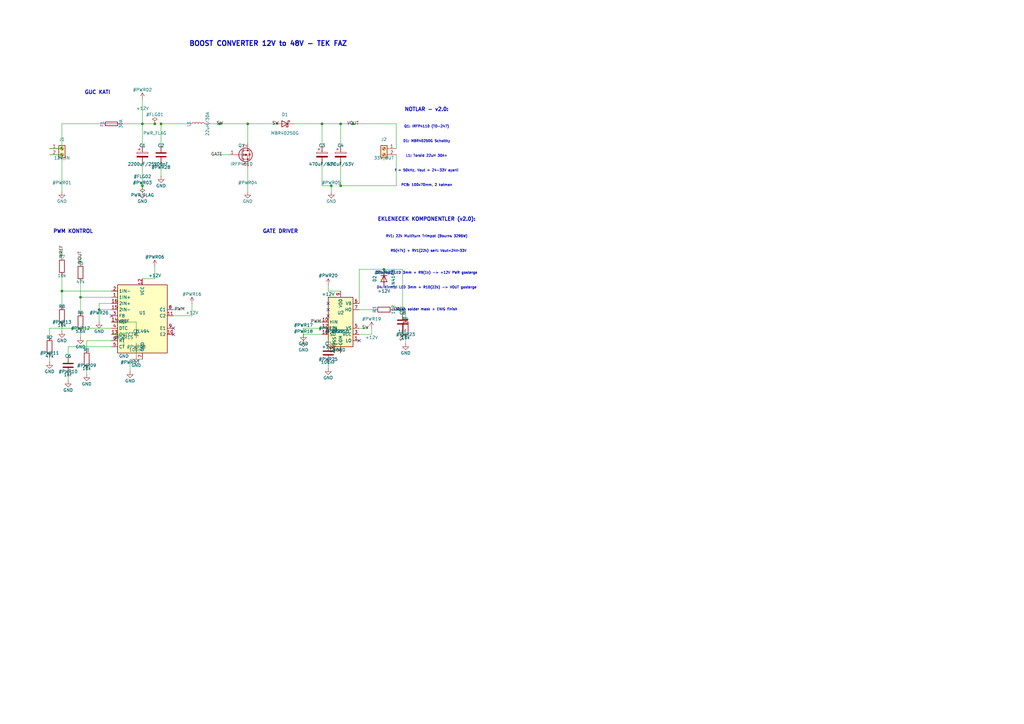
<source format=kicad_sch>
(kicad_sch (version 20250114) (generator "eeschema") (generator_version "9.0")
  (paper "A3")
  (title_block (title "Boost Converter 12V to 24-33V - Adjustable") (date "2026-02-18") (rev "2.0") (comment 1 "Zeytin Silkme Makinesi") (comment 2 "12V DC to 48V DC Boost Converter"))
  (lib_symbols
    (symbol "Device:R" (pin_numbers (hide yes)) (pin_names (offset 0))
      (property "Reference" "R" (at 2.032 0 90))
      (property "Value" "R" (at 0 0 90))
      (symbol "R_0_1"
        (rectangle (start -1.016 -2.54) (end 1.016 2.54) (stroke (width 0.254)))
      )
      (symbol "R_1_1"
        (pin passive line (at 0 3.81 270) (length 1.27) (name "~") (number "1"))
        (pin passive line (at 0 -3.81 90) (length 1.27) (name "~") (number "2"))
      )
    )
    (symbol "Device:C" (pin_numbers (hide yes)) (pin_names (offset 0.254))
      (property "Reference" "C" (at 0.635 2.54 0))
      (property "Value" "C" (at 0.635 -2.54 0))
      (symbol "C_0_1"
        (polyline (pts (xy -2.032 0.762) (xy 2.032 0.762)) (stroke (width 0.508)))
        (polyline (pts (xy -2.032 -0.762) (xy 2.032 -0.762)) (stroke (width 0.508)))
      )
      (symbol "C_1_1"
        (pin passive line (at 0 3.81 270) (length 2.794) (name "~") (number "1"))
        (pin passive line (at 0 -3.81 90) (length 2.794) (name "~") (number "2"))
      )
    )
    (symbol "Device:C_Polarized" (pin_numbers (hide yes)) (pin_names (offset 0.254))
      (property "Reference" "C" (at 0.635 2.54 0))
      (property "Value" "C_Polarized" (at 0.635 -2.54 0))
      (symbol "C_Polarized_0_1"
        (rectangle (start -2.286 0.508) (end 2.286 1.016))
        (polyline (pts (xy -1.778 2.286) (xy -0.762 2.286)))
        (polyline (pts (xy -1.27 2.794) (xy -1.27 1.778)))
        (rectangle (start 2.286 -0.508) (end -2.286 -1.016) (fill (type outline)))
      )
      (symbol "C_Polarized_1_1"
        (pin passive line (at 0 3.81 270) (length 2.794) (name "~") (number "1"))
        (pin passive line (at 0 -3.81 90) (length 2.794) (name "~") (number "2"))
      )
    )
    (symbol "Device:L" (pin_numbers (hide yes)) (pin_names (offset 1.016) (hide yes))
      (property "Reference" "L" (at -1.27 0 90))
      (property "Value" "L" (at 1.905 0 90))
      (symbol "L_0_1"
        (arc (start 0 2.54) (mid 0.6323 1.905) (end 0 1.27))
        (arc (start 0 1.27) (mid 0.6323 0.635) (end 0 0))
        (arc (start 0 0) (mid 0.6323 -0.635) (end 0 -1.27))
        (arc (start 0 -1.27) (mid 0.6323 -1.905) (end 0 -2.54))
      )
      (symbol "L_1_1"
        (pin passive line (at 0 3.81 270) (length 1.27) (name "1") (number "1"))
        (pin passive line (at 0 -3.81 90) (length 1.27) (name "2") (number "2"))
      )
    )
    (symbol "Device:Fuse" (pin_numbers (hide yes)) (pin_names (offset 0))
      (property "Reference" "F" (at 2.032 0 90))
      (property "Value" "Fuse" (at -1.905 0 90))
      (symbol "Fuse_0_1"
        (rectangle (start -0.762 -2.54) (end 0.762 2.54) (stroke (width 0.254)))
        (polyline (pts (xy 0 2.54) (xy 0 -2.54)))
      )
      (symbol "Fuse_1_1"
        (pin passive line (at 0 3.81 270) (length 1.27) (name "~") (number "1"))
        (pin passive line (at 0 -3.81 90) (length 1.27) (name "~") (number "2"))
      )
    )
    (symbol "Device:D_Schottky" (pin_numbers (hide yes)) (pin_names (offset 1.016) (hide yes))
      (property "Reference" "D" (at 0 2.54 0))
      (property "Value" "D_Schottky" (at 0 -2.54 0))
      (symbol "D_Schottky_0_1"
        (polyline (pts (xy -1.905 0.635) (xy -1.905 1.27) (xy -1.27 1.27) (xy -1.27 -1.27) (xy -0.635 -1.27) (xy -0.635 -0.635)) (stroke (width 0.254)))
        (polyline (pts (xy 1.27 1.27) (xy 1.27 -1.27) (xy -1.27 0) (xy 1.27 1.27)) (stroke (width 0.254)))
        (polyline (pts (xy 1.27 0) (xy -1.27 0)))
      )
      (symbol "D_Schottky_1_1"
        (pin passive line (at -3.81 0 0) (length 2.54) (name "K") (number "1"))
        (pin passive line (at 3.81 0 180) (length 2.54) (name "A") (number "2"))
      )
    )
    (symbol "Device:D" (pin_numbers (hide yes)) (pin_names (offset 1.016) (hide yes))
      (property "Reference" "D" (at 0 2.54 0))
      (property "Value" "D" (at 0 -2.54 0))
      (symbol "D_0_1"
        (polyline (pts (xy -1.27 1.27) (xy -1.27 -1.27)) (stroke (width 0.254)))
        (polyline (pts (xy 1.27 1.27) (xy 1.27 -1.27) (xy -1.27 0) (xy 1.27 1.27)) (stroke (width 0.254)))
        (polyline (pts (xy 1.27 0) (xy -1.27 0)))
      )
      (symbol "D_1_1"
        (pin passive line (at -3.81 0 0) (length 2.54) (name "K") (number "1"))
        (pin passive line (at 3.81 0 180) (length 2.54) (name "A") (number "2"))
      )
    )
    (symbol "Transistor_FET:BUZ11" (pin_names (hide yes))
      (property "Reference" "Q" (at 5.08 1.905 0))
      (property "Value" "BUZ11" (at 5.08 0 0))
      (symbol "BUZ11_0_1"
        (polyline (pts (xy 0.254 1.905) (xy 0.254 -1.905)) (stroke (width 0.254)))
        (polyline (pts (xy 0.254 0) (xy -2.54 0)))
        (polyline (pts (xy 0.762 2.286) (xy 0.762 1.27)) (stroke (width 0.254)))
        (polyline (pts (xy 0.762 0.508) (xy 0.762 -0.508)) (stroke (width 0.254)))
        (polyline (pts (xy 0.762 -1.27) (xy 0.762 -2.286)) (stroke (width 0.254)))
        (polyline (pts (xy 0.762 -1.778) (xy 3.302 -1.778) (xy 3.302 1.778) (xy 0.762 1.778)))
        (polyline (pts (xy 1.016 0) (xy 2.032 0.381) (xy 2.032 -0.381) (xy 1.016 0)) (fill (type outline)))
        (circle (center 1.651 0) (radius 2.794) (stroke (width 0.254)))
        (polyline (pts (xy 2.54 2.54) (xy 2.54 1.778)))
        (circle (center 2.54 1.778) (radius 0.254) (fill (type outline)))
        (circle (center 2.54 -1.778) (radius 0.254) (fill (type outline)))
        (polyline (pts (xy 2.54 -2.54) (xy 2.54 0) (xy 0.762 0)))
        (polyline (pts (xy 2.794 0.508) (xy 2.921 0.381) (xy 3.683 0.381) (xy 3.81 0.254)))
        (polyline (pts (xy 3.302 0.381) (xy 2.921 -0.254) (xy 3.683 -0.254) (xy 3.302 0.381)))
      )
      (symbol "BUZ11_1_1"
        (pin input line (at -5.08 0 0) (length 2.54) (name "G") (number "1"))
        (pin passive line (at 2.54 5.08 270) (length 2.54) (name "D") (number "2"))
        (pin passive line (at 2.54 -5.08 90) (length 2.54) (name "S") (number "3"))
      )
    )
    (symbol "Regulator_Controller:TL494"
      (property "Reference" "U" (at 3.81 19.05 0))
      (property "Value" "TL494" (at 3.81 16.51 0))
      (symbol "TL494_0_1"
        (rectangle (start -10.16 -12.7) (end 10.16 15.24) (stroke (width 0.254)) (fill (type background)))
      )
      (symbol "TL494_1_1"
        (pin input line (at -12.7 12.7 0) (length 2.54) (name "1IN-") (number "2"))
        (pin input line (at -12.7 10.16 0) (length 2.54) (name "1IN+") (number "1"))
        (pin input line (at -12.7 7.62 0) (length 2.54) (name "2IN+") (number "16"))
        (pin input line (at -12.7 5.08 0) (length 2.54) (name "2IN-") (number "15"))
        (pin output line (at -12.7 2.54 0) (length 2.54) (name "FB") (number "3"))
        (pin power_out line (at -12.7 0 0) (length 2.54) (name "REF") (number "14"))
        (pin input line (at -12.7 -2.54 0) (length 2.54) (name "DTC") (number "4"))
        (pin input line (at -12.7 -5.08 0) (length 2.54) (name "OUTCTRL") (number "13"))
        (pin passive line (at -12.7 -7.62 0) (length 2.54) (name "RT") (number "6"))
        (pin passive line (at -12.7 -10.16 0) (length 2.54) (name "CT") (number "5"))
        (pin power_in line (at 0 17.78 270) (length 2.54) (name "VCC") (number "12"))
        (pin power_in line (at 0 -15.24 90) (length 2.54) (name "GND") (number "7"))
        (pin passive line (at 12.7 5.08 180) (length 2.54) (name "C1") (number "8"))
        (pin passive line (at 12.7 2.54 180) (length 2.54) (name "C2") (number "11"))
        (pin passive line (at 12.7 -2.54 180) (length 2.54) (name "E1") (number "9"))
        (pin passive line (at 12.7 -5.08 180) (length 2.54) (name "E2") (number "10"))
      )
    )
    (symbol "Driver_FET:IR2010"
      (property "Reference" "U" (at 1.27 13.335 0))
      (property "Value" "IR2010" (at 1.27 11.43 0))
      (symbol "IR2010_0_1"
        (rectangle (start -5.08 -10.16) (end 5.08 10.16) (stroke (width 0.254)) (fill (type background)))
      )
      (symbol "IR2010_1_1"
        (pin input line (at -7.62 0 0) (length 2.54) (name "HIN") (number "10"))
        (pin input line (at -7.62 -2.54 0) (length 2.54) (name "LIN") (number "12"))
        (pin input line (at -7.62 -5.08 0) (length 2.54) (name "SD") (number "11"))
        (pin no_connect line (at -5.08 7.62 0) (length 2.54) (hide yes) (name "NC") (number "4"))
        (pin no_connect line (at -5.08 5.08 0) (length 2.54) (hide yes) (name "NC") (number "8"))
        (pin no_connect line (at -5.08 2.54 0) (length 2.54) (hide yes) (name "NC") (number "14"))
        (pin power_in line (at -2.54 -12.7 90) (length 2.54) (name "VSS") (number "13"))
        (pin power_in line (at 0 12.7 270) (length 2.54) (name "VDD") (number "9"))
        (pin power_in line (at 0 -12.7 90) (length 2.54) (name "COM") (number "2"))
        (pin passive line (at 7.62 7.62 180) (length 2.54) (name "VB") (number "6"))
        (pin output line (at 7.62 5.08 180) (length 2.54) (name "HO") (number "7"))
        (pin passive line (at 7.62 -2.54 180) (length 2.54) (name "VS") (number "5"))
        (pin power_in line (at 7.62 -5.08 180) (length 2.54) (name "VCC") (number "3"))
        (pin output line (at 7.62 -7.62 180) (length 2.54) (name "LO") (number "1"))
      )
    )
    (symbol "Connector:Screw_Terminal_01x02" (pin_names (offset 1.016) (hide yes))
      (property "Reference" "J" (at 0 2.54 0))
      (property "Value" "Screw_Terminal_01x02" (at 0 -5.08 0))
      (symbol "Screw_Terminal_01x02_1_1"
        (rectangle (start -1.27 1.27) (end 1.27 -3.81) (stroke (width 0.254)) (fill (type background)))
        (polyline (pts (xy -0.5334 0.3302) (xy 0.3302 -0.508)) (stroke (width 0.1524)))
        (polyline (pts (xy -0.5334 -2.2098) (xy 0.3302 -3.048)) (stroke (width 0.1524)))
        (polyline (pts (xy -0.3556 0.508) (xy 0.508 -0.3302)) (stroke (width 0.1524)))
        (polyline (pts (xy -0.3556 -2.032) (xy 0.508 -2.8702)) (stroke (width 0.1524)))
        (circle (center 0 0) (radius 0.635) (stroke (width 0.1524)))
        (circle (center 0 -2.54) (radius 0.635) (stroke (width 0.1524)))
        (pin passive line (at -5.08 0 0) (length 3.81) (name "Pin_1") (number "1"))
        (pin passive line (at -5.08 -2.54 0) (length 3.81) (name "Pin_2") (number "2"))
      )
    )
    (symbol "power:+12V" (power) (pin_numbers (hide yes)) (pin_names (offset 0) (hide yes))
      (property "Value" "+12V" (at 0 3.556 0))
      (symbol "+12V_0_1"
        (polyline (pts (xy -0.762 1.27) (xy 0 2.54)))
        (polyline (pts (xy 0 2.54) (xy 0.762 1.27)))
        (polyline (pts (xy 0 0) (xy 0 2.54)))
      )
      (symbol "+12V_1_1"
        (pin power_in line (at 0 0 90) (length 0) (name "~") (number "1"))
      )
    )
    (symbol "power:GND" (power) (pin_numbers (hide yes)) (pin_names (offset 0) (hide yes))
      (property "Value" "GND" (at 0 -3.81 0))
      (symbol "GND_0_1"
        (polyline (pts (xy 0 0) (xy 0 -1.27) (xy 1.27 -1.27) (xy 0 -2.54) (xy -1.27 -1.27) (xy 0 -1.27)))
      )
      (symbol "GND_1_1"
        (pin power_in line (at 0 0 270) (length 0) (name "~") (number "1"))
      )
    )
    (symbol "power:PWR_FLAG" (power) (pin_numbers (hide yes)) (pin_names (offset 0) (hide yes))
      (property "Value" "PWR_FLAG" (at 0 3.81 0))
      (symbol "PWR_FLAG_0_0"
        (pin power_out line (at 0 0 90) (length 0) (name "~") (number "1"))
      )
      (symbol "PWR_FLAG_0_1"
        (polyline (pts (xy 0 0) (xy 0 1.27) (xy -1.016 1.905) (xy 0 2.54) (xy 1.016 1.905) (xy 0 1.27)))
      )
    )
  )
  (symbol (lib_id "Connector:Screw_Terminal_01x02") (at 25.4 60.96 0) (unit 1)
    (property "Reference" "J1" (at 25.4 57.15 0))
    (property "Value" "12V_IN" (at 25.4 64.77 0))
    (property "Footprint" "TerminalBlock_Phoenix:TerminalBlock_Phoenix_MKDS-3-2-5.08_1x02_P5.08mm_Horizontal" (effects (hide yes)))
  )
  (symbol (lib_id "Device:Fuse") (at 45.72 50.8 90) (unit 1)
    (property "Reference" "F1" (at 41.91 50.8 0))
    (property "Value" "30A" (at 49.53 50.8 0))
    (property "Footprint" "Fuse:FuseHolder_Blade_ATO_Littelfuse_FLR_178.6165" (effects (hide yes)))
  )
  (symbol (lib_id "Device:C_Polarized") (at 58.42 63.5 0) (unit 1)
    (property "Reference" "C1" (at 58.42 59.69 0))
    (property "Value" "2200uF/25V" (at 58.42 67.31 0))
    (property "Footprint" "Capacitor_THT:CP_Radial_D16.0mm_P7.50mm" (effects (hide yes)))
  )
  (symbol (lib_id "Device:C") (at 66.04 63.5 0) (unit 1)
    (property "Reference" "C2" (at 66.04 59.69 0))
    (property "Value" "100nF" (at 66.04 67.31 0))
    (property "Footprint" "Capacitor_THT:C_Disc_D5.0mm_W2.5mm_P5.00mm" (effects (hide yes)))
  )
  (symbol (lib_id "Device:L") (at 81.28 50.8 90) (unit 1)
    (property "Reference" "L1" (at 77.47 50.8 0))
    (property "Value" "22uH/30A" (at 85.09 50.8 0))
    (property "Footprint" "Inductor_THT:L_Toroid_Vertical_L25.4mm_W14.7mm_P12.20mm_Vishay_TJ5" (effects (hide yes)))
  )
  (symbol (lib_id "Transistor_FET:BUZ11") (at 99.06 63.5 0) (unit 1)
    (property "Reference" "Q1" (at 99.06 59.69 0))
    (property "Value" "IRFP4110" (at 99.06 67.31 0))
    (property "Footprint" "Package_TO_SOT_THT:TO-247-3_Vertical" (effects (hide yes)))
  )
  (symbol (lib_id "Device:D_Schottky") (at 116.84 50.8 0) (mirror y) (unit 1)
    (property "Reference" "D1" (at 116.84 46.989999999999995 0))
    (property "Value" "MBR40250G" (at 116.84 54.61 0))
    (property "Footprint" "Package_TO_SOT_THT:TO-247-2_Vertical" (effects (hide yes)))
  )
  (symbol (lib_id "Device:C_Polarized") (at 132.08 63.5 0) (unit 1)
    (property "Reference" "C3" (at 132.08 59.69 0))
    (property "Value" "470uF/63V" (at 132.08 67.31 0))
    (property "Footprint" "Capacitor_THT:CP_Radial_D12.5mm_P5.00mm" (effects (hide yes)))
  )
  (symbol (lib_id "Device:C_Polarized") (at 139.7 63.5 0) (unit 1)
    (property "Reference" "C4" (at 139.7 59.69 0))
    (property "Value" "470uF/63V" (at 139.7 67.31 0))
    (property "Footprint" "Capacitor_THT:CP_Radial_D12.5mm_P5.00mm" (effects (hide yes)))
  )
  (symbol (lib_id "Connector:Screw_Terminal_01x02") (at 157.48 60.96 0) (mirror y) (unit 1)
    (property "Reference" "J2" (at 157.48 57.15 0))
    (property "Value" "33V_OUT" (at 157.48 64.77 0))
    (property "Footprint" "TerminalBlock_Phoenix:TerminalBlock_Phoenix_MKDS-3-2-5.08_1x02_P5.08mm_Horizontal" (effects (hide yes)))
  )
  (symbol (lib_id "Regulator_Controller:TL494") (at 58.42 132.08 0) (unit 1)
    (property "Reference" "U1" (at 58.42 128.27 0))
    (property "Value" "TL494" (at 58.42 135.89000000000001 0))
    (property "Footprint" "Package_DIP:DIP-16_W7.62mm" (effects (hide yes)))
  )
  (symbol (lib_id "Device:C") (at 55.879999999999995 139.70000000000002 0) (unit 1)
    (property "Reference" "C5" (at 55.879999999999995 135.89000000000001 0))
    (property "Value" "100nF" (at 55.879999999999995 143.51000000000002 0))
    (property "Footprint" "Capacitor_THT:C_Disc_D5.0mm_W2.5mm_P5.00mm" (effects (hide yes)))
  )
  (symbol (lib_id "Device:R") (at 35.56 147.32 0) (unit 1)
    (property "Reference" "R1" (at 35.56 143.51 0))
    (property "Value" "10k" (at 35.56 151.13 0))
    (property "Footprint" "Resistor_THT:R_Axial_DIN0207_L6.3mm_D2.5mm_P10.16mm_Horizontal" (effects (hide yes)))
  )
  (symbol (lib_id "Device:C") (at 27.939999999999998 149.86 0) (unit 1)
    (property "Reference" "C6" (at 27.939999999999998 146.05 0))
    (property "Value" "1nF" (at 27.939999999999998 153.67000000000002 0))
    (property "Footprint" "Capacitor_THT:C_Disc_D3.0mm_W2.0mm_P2.50mm" (effects (hide yes)))
  )
  (symbol (lib_id "Device:R") (at 20.32 142.24 0) (unit 1)
    (property "Reference" "R2" (at 20.32 138.43 0))
    (property "Value" "47k" (at 20.32 146.05 0))
    (property "Footprint" "Resistor_THT:R_Axial_DIN0207_L6.3mm_D2.5mm_P10.16mm_Horizontal" (effects (hide yes)))
  )
  (symbol (lib_id "Device:R") (at 33.019999999999996 111.76 0) (unit 1)
    (property "Reference" "R5" (at 33.019999999999996 107.95 0))
    (property "Value" "47k" (at 33.019999999999996 115.57000000000001 0))
    (property "Footprint" "Resistor_THT:R_Axial_DIN0207_L6.3mm_D2.5mm_P10.16mm_Horizontal" (effects (hide yes)))
  )
  (symbol (lib_id "Device:R") (at 33.019999999999996 132.08 0) (unit 1)
    (property "Reference" "R6" (at 33.019999999999996 128.27 0))
    (property "Value" "5.6k" (at 33.019999999999996 135.89000000000001 0))
    (property "Footprint" "Resistor_THT:R_Axial_DIN0207_L6.3mm_D2.5mm_P10.16mm_Horizontal" (effects (hide yes)))
  )
  (symbol (lib_id "Device:R") (at 25.4 109.22 0) (unit 1)
    (property "Reference" "R7" (at 25.4 105.41 0))
    (property "Value" "10k" (at 25.4 113.03 0))
    (property "Footprint" "Resistor_THT:R_Axial_DIN0207_L6.3mm_D2.5mm_P10.16mm_Horizontal" (effects (hide yes)))
  )
  (symbol (lib_id "Device:R") (at 25.4 129.54 0) (unit 1)
    (property "Reference" "R8" (at 25.4 125.72999999999999 0))
    (property "Value" "10k" (at 25.4 133.35 0))
    (property "Footprint" "Resistor_THT:R_Axial_DIN0207_L6.3mm_D2.5mm_P10.16mm_Horizontal" (effects (hide yes)))
  )
  (symbol (lib_id "Driver_FET:IR2010") (at 139.7 132.08 0) (unit 1)
    (property "Reference" "U2" (at 139.7 128.27 0))
    (property "Value" "IR2110" (at 139.7 135.89000000000001 0))
    (property "Footprint" "Package_DIP:DIP-14_W7.62mm" (effects (hide yes)))
  )
  (symbol (lib_id "Device:D") (at 157.48 114.3 270) (unit 1)
    (property "Reference" "D2" (at 153.67 114.3 0))
    (property "Value" "1N4148" (at 161.29 114.3 0))
    (property "Footprint" "Diode_THT:D_DO-35_SOD27_P7.62mm_Horizontal" (effects (hide yes)))
  )
  (symbol (lib_id "Device:C") (at 165.1 132.07999999999998 0) (unit 1)
    (property "Reference" "C8" (at 165.1 128.26999999999998 0))
    (property "Value" "1uF" (at 165.1 135.89 0))
    (property "Footprint" "Capacitor_THT:C_Disc_D5.0mm_W2.5mm_P5.00mm" (effects (hide yes)))
  )
  (symbol (lib_id "Device:R") (at 157.48 127.0 90) (unit 1)
    (property "Reference" "R3" (at 153.67 127.0 0))
    (property "Value" "10R" (at 161.29 127.0 0))
    (property "Footprint" "Resistor_THT:R_Axial_DIN0207_L6.3mm_D2.5mm_P10.16mm_Horizontal" (effects (hide yes)))
  )
  (symbol (lib_id "Device:R") (at 166.37 134.62 0) (unit 1)
    (property "Reference" "R4" (at 166.37 130.81 0))
    (property "Value" "10k" (at 166.37 138.43 0))
    (property "Footprint" "Resistor_THT:R_Axial_DIN0207_L6.3mm_D2.5mm_P10.16mm_Horizontal" (effects (hide yes)))
  )
  (symbol (lib_id "Device:C") (at 134.62 144.78 0) (unit 1)
    (property "Reference" "C7" (at 134.62 140.97 0))
    (property "Value" "100nF" (at 134.62 148.59 0))
    (property "Footprint" "Capacitor_THT:C_Disc_D5.0mm_W2.5mm_P5.00mm" (effects (hide yes)))
  )
  (symbol (lib_id "power:GND") (at 25.4 78.74 0) (unit 1)
    (property "Reference" "#PWR01" (at 25.4 74.92999999999999 0))
    (property "Value" "GND" (at 25.4 82.55 0))
  )
  (symbol (lib_id "power:+12V") (at 58.42 40.64 0) (unit 1)
    (property "Reference" "#PWR02" (at 58.42 36.83 0))
    (property "Value" "+12V" (at 58.42 44.45 0))
  )
  (symbol (lib_id "power:GND") (at 58.42 78.74 0) (unit 1)
    (property "Reference" "#PWR03" (at 58.42 74.92999999999999 0))
    (property "Value" "GND" (at 58.42 82.55 0))
  )
  (symbol (lib_id "power:GND") (at 101.6 78.74 0) (unit 1)
    (property "Reference" "#PWR04" (at 101.6 74.92999999999999 0))
    (property "Value" "GND" (at 101.6 82.55 0))
  )
  (symbol (lib_id "power:GND") (at 135.89 78.74 0) (unit 1)
    (property "Reference" "#PWR05" (at 135.89 74.92999999999999 0))
    (property "Value" "GND" (at 135.89 82.55 0))
  )
  (symbol (lib_id "power:+12V") (at 63.5 109.22 0) (unit 1)
    (property "Reference" "#PWR06" (at 63.5 105.41 0))
    (property "Value" "+12V" (at 63.5 113.03 0))
  )
  (symbol (lib_id "power:GND") (at 53.34 152.4 0) (unit 1)
    (property "Reference" "#PWR07" (at 53.34 148.59 0))
    (property "Value" "GND" (at 53.34 156.21 0))
  )
  (symbol (lib_id "power:GND") (at 55.88 146.04999999999998 0) (unit 1)
    (property "Reference" "#PWR08" (at 55.88 142.23999999999998 0))
    (property "Value" "GND" (at 55.88 149.85999999999999 0))
  )
  (symbol (lib_id "power:GND") (at 35.56 153.67 0) (unit 1)
    (property "Reference" "#PWR09" (at 35.56 149.85999999999999 0))
    (property "Value" "GND" (at 35.56 157.48 0))
  )
  (symbol (lib_id "power:GND") (at 27.94 156.20999999999998 0) (unit 1)
    (property "Reference" "#PWR10" (at 27.94 152.39999999999998 0))
    (property "Value" "GND" (at 27.94 160.01999999999998 0))
  )
  (symbol (lib_id "power:GND") (at 20.32 148.59 0) (unit 1)
    (property "Reference" "#PWR11" (at 20.32 144.78 0))
    (property "Value" "GND" (at 20.32 152.4 0))
  )
  (symbol (lib_id "power:GND") (at 33.02 138.42999999999998 0) (unit 1)
    (property "Reference" "#PWR12" (at 33.02 134.61999999999998 0))
    (property "Value" "GND" (at 33.02 142.23999999999998 0))
  )
  (symbol (lib_id "power:GND") (at 25.4 135.89 0) (unit 1)
    (property "Reference" "#PWR13" (at 25.4 132.07999999999998 0))
    (property "Value" "GND" (at 25.4 139.7 0))
  )
  (symbol (lib_id "power:GND") (at 50.8 142.24 0) (unit 1)
    (property "Reference" "#PWR15" (at 50.8 138.43 0))
    (property "Value" "GND" (at 50.8 146.05 0))
  )
  (symbol (lib_id "power:+12V") (at 78.74000000000001 124.46 0) (unit 1)
    (property "Reference" "#PWR16" (at 78.74000000000001 120.64999999999999 0))
    (property "Value" "+12V" (at 78.74000000000001 128.26999999999998 0))
  )
  (symbol (lib_id "power:GND") (at 40.64 132.08 0) (unit 1)
    (property "Reference" "#PWR26" (at 40.64 128.27 0))
    (property "Value" "GND" (at 40.64 135.89000000000001 0))
  )
  (symbol (lib_id "power:GND") (at 124.46000000000001 137.16 0) (unit 1)
    (property "Reference" "#PWR17" (at 124.46000000000001 133.35 0))
    (property "Value" "GND" (at 124.46000000000001 140.97 0))
  )
  (symbol (lib_id "power:GND") (at 124.46000000000001 139.7 0) (unit 1)
    (property "Reference" "#PWR18" (at 124.46000000000001 135.89 0))
    (property "Value" "GND" (at 124.46000000000001 143.51 0))
  )
  (symbol (lib_id "power:+12V") (at 152.4 134.62 0) (unit 1)
    (property "Reference" "#PWR19" (at 152.4 130.81 0))
    (property "Value" "+12V" (at 152.4 138.43 0))
  )
  (symbol (lib_id "power:+12V") (at 134.61999999999998 116.83999999999999 0) (unit 1)
    (property "Reference" "#PWR20" (at 134.61999999999998 113.02999999999999 0))
    (property "Value" "+12V" (at 134.61999999999998 120.64999999999999 0))
  )
  (symbol (lib_id "power:GND") (at 139.7 139.7 0) (unit 1)
    (property "Reference" "#PWR21" (at 139.7 135.89 0))
    (property "Value" "GND" (at 139.7 143.51 0))
  )
  (symbol (lib_id "power:GND") (at 137.16 139.7 0) (unit 1)
    (property "Reference" "#PWR27" (at 137.16 135.89 0))
    (property "Value" "GND" (at 137.16 143.51 0))
  )
  (symbol (lib_id "power:+12V") (at 157.48 115.57 0) (unit 1)
    (property "Reference" "#PWR22" (at 157.48 111.75999999999999 0))
    (property "Value" "+12V" (at 157.48 119.38 0))
  )
  (symbol (lib_id "power:GND") (at 166.37 140.97 0) (unit 1)
    (property "Reference" "#PWR23" (at 166.37 137.16 0))
    (property "Value" "GND" (at 166.37 144.78 0))
  )
  (symbol (lib_id "power:+12V") (at 134.62 138.43 0) (unit 1)
    (property "Reference" "#PWR24" (at 134.62 134.62 0))
    (property "Value" "+12V" (at 134.62 142.24 0))
  )
  (symbol (lib_id "power:GND") (at 134.62 151.13 0) (unit 1)
    (property "Reference" "#PWR25" (at 134.62 147.32 0))
    (property "Value" "GND" (at 134.62 154.94 0))
  )
  (symbol (lib_id "power:GND") (at 66.04 72.39 0) (unit 1)
    (property "Reference" "#PWR28" (at 66.04 68.58 0))
    (property "Value" "GND" (at 66.04 76.2 0))
  )
  (symbol (lib_id "power:PWR_FLAG") (at 63.5 50.8 0) (unit 1)
    (property "Reference" "#FLG01" (at 63.5 46.989999999999995 0))
    (property "Value" "PWR_FLAG" (at 63.5 54.61 0))
  )
  (symbol (lib_id "power:PWR_FLAG") (at 58.42 76.2 180) (unit 1)
    (property "Reference" "#FLG02" (at 58.42 72.39 0))
    (property "Value" "PWR_FLAG" (at 58.42 80.01 0))
  )
  (text "BOOST CONVERTER 12V to 48V - TEK FAZ" (at 110 18 0) (effects (font (size 2.0 2.0) (bold yes))))
  (text "GUC KATI" (at 40 38 0) (effects (font (size 1.5 1.5) (bold yes))))
  (wire (pts (xy 20.32 60.96) (xy 25.4 60.96)))
  (wire (pts (xy 25.4 60.96) (xy 25.4 50.8)))
  (wire (pts (xy 25.4 50.8) (xy 41.91 50.8)))
  (wire (pts (xy 20.32 63.5) (xy 25.4 63.5)))
  (wire (pts (xy 25.4 63.5) (xy 25.4 78.74)))
  (wire (pts (xy 49.53 50.8) (xy 58.42 50.8)))
  (wire (pts (xy 58.42 50.8) (xy 58.42 59.69)))
  (wire (pts (xy 58.42 40.64) (xy 58.42 50.8)))
  (junction (at 58.42 50.8))
  (wire (pts (xy 58.42 50.8) (xy 66.04 50.8)))
  (wire (pts (xy 66.04 50.8) (xy 66.04 59.69)))
  (junction (at 66.04 50.8))
  (wire (pts (xy 58.42 67.31) (xy 58.42 76.2)))
  (wire (pts (xy 58.42 76.2) (xy 58.42 78.74)))
  (wire (pts (xy 66.04 67.31) (xy 66.04 72.39)))
  (wire (pts (xy 66.04 50.8) (xy 77.47 50.8)))
  (wire (pts (xy 77.47 50.8) (xy 77.47 50.8)))
  (wire (pts (xy 85.09 50.8) (xy 90.17 50.8)))
  (wire (pts (xy 90.17 50.8) (xy 101.6 50.8)))
  (wire (pts (xy 101.6 50.8) (xy 113.03 50.8)))
  (wire (pts (xy 101.6 50.8) (xy 101.6 58.42)))
  (junction (at 101.6 50.8))
  (junction (at 90.17 50.8))
  (label "SW" (at 90.17 50.8 0))
  (label "SW" (at 113.03 50.8 180))
  (wire (pts (xy 101.6 68.58) (xy 101.6 76.2)))
  (wire (pts (xy 101.6 76.2) (xy 101.6 78.74)))
  (wire (pts (xy 93.98 63.5) (xy 88.9 63.5)))
  (label "GATE" (at 88.9 63.5 180))
  (wire (pts (xy 120.65 50.8) (xy 132.08 50.8)))
  (wire (pts (xy 132.08 50.8) (xy 132.08 59.69)))
  (wire (pts (xy 132.08 50.8) (xy 139.7 50.8)))
  (wire (pts (xy 139.7 50.8) (xy 139.7 59.69)))
  (junction (at 132.08 50.8))
  (wire (pts (xy 139.7 50.8) (xy 144.78 50.8)))
  (label "VOUT" (at 144.78 50.8 0))
  (junction (at 139.7 50.8))
  (wire (pts (xy 132.08 67.31) (xy 132.08 76.2)))
  (wire (pts (xy 139.7 67.31) (xy 139.7 76.2)))
  (wire (pts (xy 132.08 76.2) (xy 139.7 76.2)))
  (wire (pts (xy 135.89 76.2) (xy 135.89 78.74)))
  (junction (at 135.89 76.2))
  (wire (pts (xy 144.78 50.8) (xy 162.56 50.8)))
  (wire (pts (xy 162.56 50.8) (xy 162.56 60.96)))
  (junction (at 144.78 50.8))
  (wire (pts (xy 162.56 63.5) (xy 162.56 76.2)))
  (wire (pts (xy 162.56 76.2) (xy 139.7 76.2)))
  (junction (at 139.7 76.2))
  (text "PWM KONTROL" (at 30 95 0) (effects (font (size 1.5 1.5) (bold yes))))
  (wire (pts (xy 58.42 114.3) (xy 63.5 114.3)))
  (wire (pts (xy 63.5 114.3) (xy 63.5 109.22)))
  (wire (pts (xy 58.42 147.32) (xy 53.34 147.32)))
  (wire (pts (xy 53.34 147.32) (xy 53.34 152.4)))
  (wire (pts (xy 45.72 132.08) (xy 55.88 132.08)))
  (wire (pts (xy 55.88 132.08) (xy 55.88 135.89)))
  (label "VREF" (at 50.8 132.08 0))
  (wire (pts (xy 55.88 143.51) (xy 55.88 146.04999999999998)))
  (wire (pts (xy 45.72 139.7) (xy 35.56 139.7)))
  (wire (pts (xy 35.56 139.7) (xy 35.56 143.51)))
  (wire (pts (xy 35.56 151.13) (xy 35.56 153.67)))
  (wire (pts (xy 45.72 142.24) (xy 27.94 142.24)))
  (wire (pts (xy 27.94 142.24) (xy 27.94 146.05)))
  (wire (pts (xy 27.94 153.67) (xy 27.94 156.20999999999998)))
  (wire (pts (xy 45.72 134.62) (xy 20.32 134.62)))
  (wire (pts (xy 20.32 134.62) (xy 20.32 138.43)))
  (wire (pts (xy 20.32 146.05) (xy 20.32 148.59)))
  (label "VOUT" (at 33.02 105.41 270))
  (wire (pts (xy 33.02 105.41) (xy 33.02 107.95)))
  (wire (pts (xy 33.02 115.57) (xy 33.02 121.92)))
  (wire (pts (xy 33.02 121.92) (xy 33.02 121.92)))
  (wire (pts (xy 33.02 121.92) (xy 33.02 128.27)))
  (wire (pts (xy 33.02 121.92) (xy 45.72 121.92)))
  (junction (at 33.02 121.92))
  (wire (pts (xy 33.02 135.89) (xy 33.02 138.42999999999998)))
  (label "VREF" (at 25.4 102.86999999999999 270))
  (wire (pts (xy 25.4 102.86999999999999) (xy 25.4 105.41)))
  (wire (pts (xy 25.4 113.03) (xy 25.4 119.38)))
  (wire (pts (xy 25.4 119.38) (xy 25.4 119.38)))
  (wire (pts (xy 25.4 119.38) (xy 25.4 125.73)))
  (wire (pts (xy 25.4 119.38) (xy 45.72 119.38)))
  (junction (at 25.4 119.38))
  (wire (pts (xy 25.4 133.35) (xy 25.4 135.89)))
  (no_connect (at 45.72 129.54))
  (wire (pts (xy 45.72 137.16) (xy 50.8 137.16)))
  (wire (pts (xy 50.8 137.16) (xy 50.8 142.24)))
  (label "PWM" (at 73.66000000000001 127.0 0))
  (wire (pts (xy 71.12 127.0) (xy 73.66000000000001 127.0)))
  (wire (pts (xy 71.12 129.54) (xy 78.74000000000001 129.54)))
  (wire (pts (xy 78.74000000000001 129.54) (xy 78.74000000000001 124.46)))
  (wire (pts (xy 45.72 127.0) (xy 40.64 127.0)))
  (wire (pts (xy 45.72 124.46) (xy 40.64 124.46)))
  (wire (pts (xy 40.64 124.46) (xy 40.64 127.0)))
  (wire (pts (xy 40.64 127.0) (xy 40.64 132.08)))
  (junction (at 40.64 127.0))
  (no_connect (at 71.12 134.62))
  (no_connect (at 71.12 137.16))
  (text "GATE DRIVER" (at 115 95 0) (effects (font (size 1.5 1.5) (bold yes))))
  (label "PWM" (at 129.54000000000002 132.08 180))
  (wire (pts (xy 132.08 132.08) (xy 129.54000000000002 132.08)))
  (wire (pts (xy 132.08 134.62) (xy 124.46000000000001 134.62)))
  (wire (pts (xy 124.46000000000001 134.62) (xy 124.46000000000001 137.16)))
  (wire (pts (xy 132.08 137.16) (xy 124.46000000000001 137.16)))
  (wire (pts (xy 124.46000000000001 137.16) (xy 124.46000000000001 139.7)))
  (wire (pts (xy 147.32 137.16) (xy 152.4 137.16)))
  (wire (pts (xy 152.4 137.16) (xy 152.4 134.62)))
  (wire (pts (xy 139.7 119.38) (xy 134.61999999999998 119.38)))
  (wire (pts (xy 134.61999999999998 119.38) (xy 134.61999999999998 116.83999999999999)))
  (wire (pts (xy 139.7 144.78) (xy 139.7 139.7)))
  (wire (pts (xy 137.16 144.78) (xy 137.16 139.7)))
  (wire (pts (xy 157.48 118.11) (xy 157.48 115.57)))
  (wire (pts (xy 157.48 110.49) (xy 147.32 110.49)))
  (wire (pts (xy 147.32 110.49) (xy 147.32 124.46)))
  (wire (pts (xy 165.1 128.27) (xy 165.1 110.49)))
  (wire (pts (xy 165.1 110.49) (xy 157.48 110.49)))
  (junction (at 157.48 110.49))
  (label "SW" (at 165.1 138.42999999999998 270))
  (wire (pts (xy 165.1 135.89) (xy 165.1 138.42999999999998)))
  (label "SW" (at 149.85999999999999 134.62 0))
  (wire (pts (xy 147.32 134.62) (xy 149.85999999999999 134.62)))
  (wire (pts (xy 147.32 127.0) (xy 153.67 127.0)))
  (label "GATE" (at 163.82999999999998 127.0 0))
  (wire (pts (xy 161.29 127.0) (xy 163.82999999999998 127.0)))
  (wire (pts (xy 163.82999999999998 127.0) (xy 166.37 127.0)))
  (wire (pts (xy 166.37 127.0) (xy 166.37 130.81)))
  (junction (at 163.82999999999998 127.0))
  (wire (pts (xy 166.37 138.43) (xy 166.37 140.97)))
  (no_connect (at 147.32 139.7))
  (no_connect (at 134.62 124.46))
  (no_connect (at 134.62 127.0))
  (no_connect (at 134.62 129.54))
  (wire (pts (xy 134.62 140.97) (xy 134.62 138.43)))
  (wire (pts (xy 134.62 148.59) (xy 134.62 151.13)))
  (junction (at 63.5 50.8))
  (junction (at 58.42 76.2))
  (text "NOTLAR - v2.0:" (at 175 45 0) (effects (font (size 1.5 1.5) (bold yes))))
  (text "Q1: IRFP4110 (TO-247)" (at 175 52 0) (effects (font (size 1.0 1.0) (bold yes))))
  (text "D1: MBR40250G Schottky" (at 175 58 0) (effects (font (size 1.0 1.0) (bold yes))))
  (text "L1: Toroid 22uH 30A+" (at 175 64 0) (effects (font (size 1.0 1.0) (bold yes))))
  (text "f = 50kHz, Vout = 24-33V ayarli" (at 175 70 0) (effects (font (size 1.0 1.0) (bold yes))))
  (text "PCB: 100x70mm, 2 katman" (at 175 76 0) (effects (font (size 1.0 1.0) (bold yes))))
  (text "EKLENECEK KOMPONENTLER (v2.0):" (at 175 90 0) (effects (font (size 1.5 1.5) (bold yes))))
  (text "RV1: 22k Multiturn Trimpot (Bourns 3296W)" (at 175 97 0) (effects (font (size 1.0 1.0) (bold yes))))
  (text "  R5(47k) + RV1(22k) seri: Vout=24V~33V" (at 175 103 0) (effects (font (size 1.0 1.0) (bold yes))))
  (text "D3: Yesil LED 3mm + R9(1k) -> +12V PWR gosterge" (at 175 112 0) (effects (font (size 1.0 1.0) (bold yes))))
  (text "D4: Kirmizi LED 3mm + R10(22k) -> VOUT gosterge" (at 175 118 0) (effects (font (size 1.0 1.0) (bold yes))))
  (text "Siyah solder mask + ENIG finish" (at 175 127 0) (effects (font (size 1.0 1.0) (bold yes))))
)
</source>
